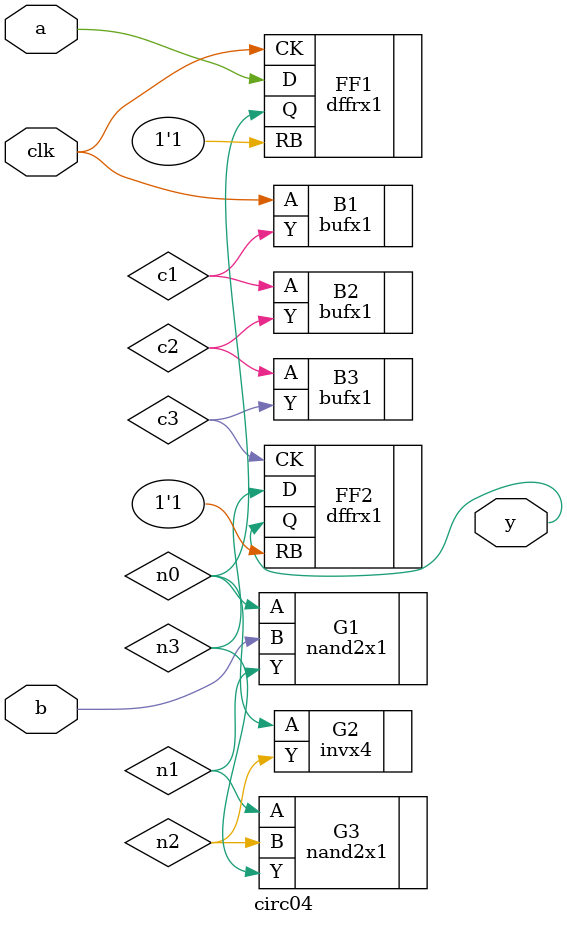
<source format=v>

/*
* Copyright 2019 Tomas Brabec
* 
* Licensed under the Apache License, Version 2.0 (the "License");
* you may not use this file except in compliance with the License.
* You may obtain a copy of the License at
* 
*     http://www.apache.org/licenses/LICENSE-2.0
*     
* Unless required by applicable law or agreed to in writing, software
* distributed under the License is distributed on an "AS IS" BASIS,
* WITHOUT WARRANTIES OR CONDITIONS OF ANY KIND, either express or implied.
* See the License for the specific language governing permissions and
* limitations under the License.
*/

module circ04(clk,a,b,y);
input clk;
input a,b;
output y;
wire c1,c2,c3;
wire n0,n1,n2,n3;
bufx1 B1(.A(clk),.Y(c1));
bufx1 B2(.A(c1),.Y(c2));
bufx1 B3(.A(c2),.Y(c3));
dffrx1 FF1(.CK(clk),.D(a),.RB(1'b1),.Q(n0));
nand2x1 G1(.A(n0),.B(b),.Y(n1));
invx4 G2(.A(n0),.Y(n2));
nand2x1 G3(.A(n1),.B(n2),.Y(n3));
dffrx1 FF2(.CK(c3),.D(n3),.RB(1'b1),.Q(y));
endmodule

</source>
